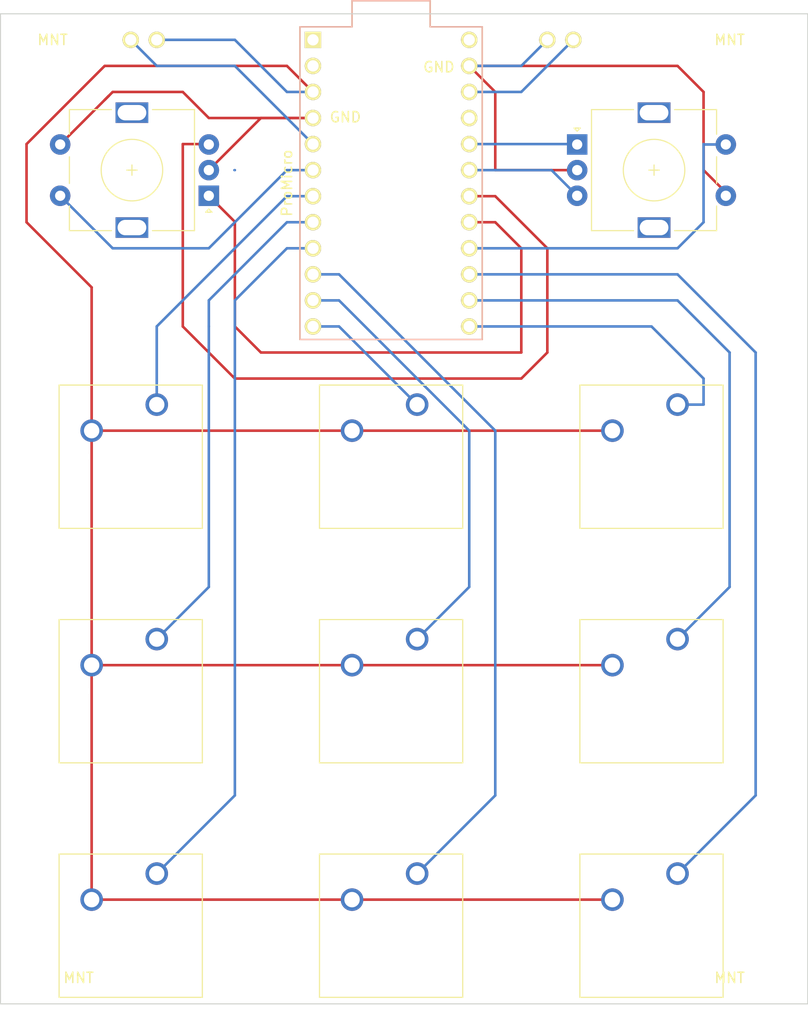
<source format=kicad_pcb>
(kicad_pcb (version 20221018) (generator pcbnew)
  (layers (0 "F.Cu" signal) (31 "B.Cu" signal) (34 "B.Paste" user) (35 "F.Paste" user) (36 "B.SilkS" user "B.Silkscreen") (37 "F.SilkS" user "F.Silkscreen") (38 "B.Mask" user) (39 "F.Mask" user) (44 "Edge.Cuts" user))
  (net 0 "")
  (footprint "Button_Switch_Keyboard:SW_Cherry_MX_1.00u_PCB" (layer "F.Cu") (at 86.36 55.88)
    (fp_text reference "REF**")
    (fp_text value "SW_Cherry_MX_1.00u_PCB")
    (fp_line (start -9.525 -1.905) (end 4.445 -1.905) (stroke (width 0.12)) (layer "F.SilkS"))
    (fp_line (start -9.525 12.065) (end -9.525 -1.905) (stroke (width 0.12)) (layer "F.SilkS"))
    (fp_line (start 4.445 -1.905) (end 4.445 12.065) (stroke (width 0.12)) (layer "F.SilkS"))
    (fp_line (start 4.445 12.065) (end -9.525 12.065) (stroke (width 0.12)) (layer "F.SilkS"))
    (pad "" np_thru_hole circle (at -7.62 5.08) (size 1.7 1.7) (drill 1.7) (layers "F&B.Cu" "*.Mask"))
    (pad "" np_thru_hole circle (at -2.54 5.08) (size 4 4) (drill 4) (layers "F&B.Cu" "*.Mask"))
    (pad "" np_thru_hole circle (at 2.54 5.08) (size 1.7 1.7) (drill 1.7) (layers "F&B.Cu" "*.Mask"))
    (pad "1" thru_hole circle (at 0 0) (size 2.2 2.2) (drill 1.5) (layers "*.Cu" "*.Mask"))
    (pad "2" thru_hole circle (at -6.35 2.54) (size 2.2 2.2) (drill 1.5) (layers "*.Cu" "*.Mask"))
  )
  (footprint "" (layer "F.Cu") (at 76.2 20.32)
    (fp_text reference "" (at 0 0) (layer "F.SilkS") (effects (font (size 1.27 1.27))))
    (fp_text value "" (at 0 0) (layer "F.SilkS") (effects (font (size 1.27 1.27))))
    (pad "24" thru_hole circle (at 0 0 270) (size 1.6 1.6) (drill 1.1) (layers "*.Cu" "*.Mask" "F.SilkS"))
  )
  (footprint "MountingHole:MountingHole_2.1mm" (layer "F.Cu") (at 96.52 22.86)
    (fp_text reference "REF**")
    (fp_text value "MNT" (at -5.08 -2.54) (layer "F.SilkS"))
    (pad "" np_thru_hole circle (at 0 0) (size 2.1 2.1) (drill 2.1) (layers "F&B.Cu" "*.Mask"))
  )
  (footprint "Button_Switch_Keyboard:SW_Cherry_MX_1.00u_PCB" (layer "F.Cu") (at 60.96 101.6)
    (fp_text reference "REF**")
    (fp_text value "SW_Cherry_MX_1.00u_PCB")
    (fp_line (start -9.525 -1.905) (end 4.445 -1.905) (stroke (width 0.12)) (layer "F.SilkS"))
    (fp_line (start -9.525 12.065) (end -9.525 -1.905) (stroke (width 0.12)) (layer "F.SilkS"))
    (fp_line (start 4.445 -1.905) (end 4.445 12.065) (stroke (width 0.12)) (layer "F.SilkS"))
    (fp_line (start 4.445 12.065) (end -9.525 12.065) (stroke (width 0.12)) (layer "F.SilkS"))
    (pad "" np_thru_hole circle (at -7.62 5.08) (size 1.7 1.7) (drill 1.7) (layers "F&B.Cu" "*.Mask"))
    (pad "" np_thru_hole circle (at -2.54 5.08) (size 4 4) (drill 4) (layers "F&B.Cu" "*.Mask"))
    (pad "" np_thru_hole circle (at 2.54 5.08) (size 1.7 1.7) (drill 1.7) (layers "F&B.Cu" "*.Mask"))
    (pad "1" thru_hole circle (at 0 0) (size 2.2 2.2) (drill 1.5) (layers "*.Cu" "*.Mask"))
    (pad "2" thru_hole circle (at -6.35 2.54) (size 2.2 2.2) (drill 1.5) (layers "*.Cu" "*.Mask"))
  )
  (footprint "Button_Switch_Keyboard:SW_Cherry_MX_1.00u_PCB" (layer "F.Cu") (at 60.96 78.74)
    (fp_text reference "REF**")
    (fp_text value "SW_Cherry_MX_1.00u_PCB")
    (fp_line (start -9.525 -1.905) (end 4.445 -1.905) (stroke (width 0.12)) (layer "F.SilkS"))
    (fp_line (start -9.525 12.065) (end -9.525 -1.905) (stroke (width 0.12)) (layer "F.SilkS"))
    (fp_line (start 4.445 -1.905) (end 4.445 12.065) (stroke (width 0.12)) (layer "F.SilkS"))
    (fp_line (start 4.445 12.065) (end -9.525 12.065) (stroke (width 0.12)) (layer "F.SilkS"))
    (pad "" np_thru_hole circle (at -7.62 5.08) (size 1.7 1.7) (drill 1.7) (layers "F&B.Cu" "*.Mask"))
    (pad "" np_thru_hole circle (at -2.54 5.08) (size 4 4) (drill 4) (layers "F&B.Cu" "*.Mask"))
    (pad "" np_thru_hole circle (at 2.54 5.08) (size 1.7 1.7) (drill 1.7) (layers "F&B.Cu" "*.Mask"))
    (pad "1" thru_hole circle (at 0 0) (size 2.2 2.2) (drill 1.5) (layers "*.Cu" "*.Mask"))
    (pad "2" thru_hole circle (at -6.35 2.54) (size 2.2 2.2) (drill 1.5) (layers "*.Cu" "*.Mask"))
  )
  (footprint "MountingHole:MountingHole_2.1mm" (layer "F.Cu") (at 96.52 111.76)
    (fp_text reference "REF**")
    (fp_text value "MNT" (at -5.08 0) (layer "F.SilkS"))
    (pad "" np_thru_hole circle (at 0 0) (size 2.1 2.1) (drill 2.1) (layers "F&B.Cu" "*.Mask"))
  )
  (footprint "" (layer "F.Cu") (at 33.02 20.32)
    (fp_text reference "" (at 0 0) (layer "F.SilkS") (effects (font (size 1.27 1.27))))
    (fp_text value "" (at 0 0) (layer "F.SilkS") (effects (font (size 1.27 1.27))))
    (pad "24" thru_hole circle (at 0 0 270) (size 1.6 1.6) (drill 1.1) (layers "*.Cu" "*.Mask" "F.SilkS"))
  )
  (footprint "Rotary_Encoder:RotaryEncoder_Alps_EC11E-Switch_Vertical_H20mm" (layer "F.Cu") (at 40.64 35.52 180)
    (fp_text reference "REF**")
    (fp_text value "Rotary Encoder")
    (fp_line (start -0.3 -1.6) (end 0.3 -1.6) (stroke (width 0.12)) (layer "F.SilkS"))
    (fp_line (start 0 -1.3) (end -0.3 -1.6) (stroke (width 0.12)) (layer "F.SilkS"))
    (fp_line (start 0.3 -1.6) (end 0 -1.3) (stroke (width 0.12)) (layer "F.SilkS"))
    (fp_line (start 1.4 -3.4) (end 1.4 8.4) (stroke (width 0.12)) (layer "F.SilkS"))
    (fp_line (start 5.5 -3.4) (end 1.4 -3.4) (stroke (width 0.12)) (layer "F.SilkS"))
    (fp_line (start 5.5 8.4) (end 1.4 8.4) (stroke (width 0.12)) (layer "F.SilkS"))
    (fp_line (start 7 2.5) (end 8 2.5) (stroke (width 0.12)) (layer "F.SilkS"))
    (fp_line (start 7.5 2) (end 7.5 3) (stroke (width 0.12)) (layer "F.SilkS"))
    (fp_line (start 9.5 -3.4) (end 13.6 -3.4) (stroke (width 0.12)) (layer "F.SilkS"))
    (fp_line (start 13.6 -3.4) (end 13.6 -1) (stroke (width 0.12)) (layer "F.SilkS"))
    (fp_line (start 13.6 1.2) (end 13.6 3.8) (stroke (width 0.12)) (layer "F.SilkS"))
    (fp_line (start 13.6 6) (end 13.6 8.4) (stroke (width 0.12)) (layer "F.SilkS"))
    (fp_line (start 13.6 8.4) (end 9.5 8.4) (stroke (width 0.12)) (layer "F.SilkS"))
    (fp_circle (center 7.5 2.5) (end 10.5 2.5) (stroke (width 0.12)) (fill none) (layer "F.SilkS"))
    (pad "A" thru_hole rect (at 0 0 180) (size 2 2) (drill 1) (layers "*.Cu" "*.Mask"))
    (pad "B" thru_hole circle (at 0 5 180) (size 2 2) (drill 1) (layers "*.Cu" "*.Mask"))
    (pad "C" thru_hole circle (at 0 2.5 180) (size 2 2) (drill 1) (layers "*.Cu" "*.Mask"))
    (pad "MP" thru_hole rect (at 7.5 -3.1 180) (size 3.2 2) (drill oval 2.8 1.5) (layers "*.Cu" "*.Mask"))
    (pad "MP" thru_hole rect (at 7.5 8.1 180) (size 3.2 2) (drill oval 2.8 1.5) (layers "*.Cu" "*.Mask"))
    (pad "S1" thru_hole circle (at 14.5 5 180) (size 2 2) (drill 1) (layers "*.Cu" "*.Mask"))
    (pad "S2" thru_hole circle (at 14.5 0 180) (size 2 2) (drill 1) (layers "*.Cu" "*.Mask"))
  )
  (footprint "Button_Switch_Keyboard:SW_Cherry_MX_1.00u_PCB" (layer "F.Cu") (at 35.56 101.6)
    (fp_text reference "REF**")
    (fp_text value "SW_Cherry_MX_1.00u_PCB")
    (fp_line (start -9.525 -1.905) (end 4.445 -1.905) (stroke (width 0.12)) (layer "F.SilkS"))
    (fp_line (start -9.525 12.065) (end -9.525 -1.905) (stroke (width 0.12)) (layer "F.SilkS"))
    (fp_line (start 4.445 -1.905) (end 4.445 12.065) (stroke (width 0.12)) (layer "F.SilkS"))
    (fp_line (start 4.445 12.065) (end -9.525 12.065) (stroke (width 0.12)) (layer "F.SilkS"))
    (pad "" np_thru_hole circle (at -7.62 5.08) (size 1.7 1.7) (drill 1.7) (layers "F&B.Cu" "*.Mask"))
    (pad "" np_thru_hole circle (at -2.54 5.08) (size 4 4) (drill 4) (layers "F&B.Cu" "*.Mask"))
    (pad "" np_thru_hole circle (at 2.54 5.08) (size 1.7 1.7) (drill 1.7) (layers "F&B.Cu" "*.Mask"))
    (pad "1" thru_hole circle (at 0 0) (size 2.2 2.2) (drill 1.5) (layers "*.Cu" "*.Mask"))
    (pad "2" thru_hole circle (at -6.35 2.54) (size 2.2 2.2) (drill 1.5) (layers "*.Cu" "*.Mask"))
  )
  (footprint "Button_Switch_Keyboard:SW_Cherry_MX_1.00u_PCB" (layer "F.Cu") (at 35.56 78.74)
    (fp_text reference "REF**")
    (fp_text value "SW_Cherry_MX_1.00u_PCB")
    (fp_line (start -9.525 -1.905) (end 4.445 -1.905) (stroke (width 0.12)) (layer "F.SilkS"))
    (fp_line (start -9.525 12.065) (end -9.525 -1.905) (stroke (width 0.12)) (layer "F.SilkS"))
    (fp_line (start 4.445 -1.905) (end 4.445 12.065) (stroke (width 0.12)) (layer "F.SilkS"))
    (fp_line (start 4.445 12.065) (end -9.525 12.065) (stroke (width 0.12)) (layer "F.SilkS"))
    (pad "" np_thru_hole circle (at -7.62 5.08) (size 1.7 1.7) (drill 1.7) (layers "F&B.Cu" "*.Mask"))
    (pad "" np_thru_hole circle (at -2.54 5.08) (size 4 4) (drill 4) (layers "F&B.Cu" "*.Mask"))
    (pad "" np_thru_hole circle (at 2.54 5.08) (size 1.7 1.7) (drill 1.7) (layers "F&B.Cu" "*.Mask"))
    (pad "1" thru_hole circle (at 0 0) (size 2.2 2.2) (drill 1.5) (layers "*.Cu" "*.Mask"))
    (pad "2" thru_hole circle (at -6.35 2.54) (size 2.2 2.2) (drill 1.5) (layers "*.Cu" "*.Mask"))
  )
  (footprint "MountingHole:MountingHole_2.1mm" (layer "F.Cu") (at 22.86 111.76)
    (fp_text reference "REF**")
    (fp_text value "MNT" (at 5.08 0) (layer "F.SilkS"))
    (pad "" np_thru_hole circle (at 0 0) (size 2.1 2.1) (drill 2.1) (layers "F&B.Cu" "*.Mask"))
  )
  (footprint "ProMicro:ProMicro" (layer "F.Cu") (at 58.42 34.29 -90)
    (fp_text reference "REF**" hide)
    (fp_text value "ProMicro" (at 0 10.16 90) (layer "F.SilkS"))
    (fp_line (start -17.78 -3.81) (end -15.24 -3.81) (stroke (width 0.15)) (layer "B.SilkS"))
    (fp_line (start -17.78 3.81) (end -17.78 -3.81) (stroke (width 0.15)) (layer "B.SilkS"))
    (fp_line (start -15.24 -8.89) (end 15.24 -8.89) (stroke (width 0.15)) (layer "B.SilkS"))
    (fp_line (start -15.24 -3.81) (end -15.24 -8.89) (stroke (width 0.15)) (layer "B.SilkS"))
    (fp_line (start -15.24 3.81) (end -17.78 3.81) (stroke (width 0.15)) (layer "B.SilkS"))
    (fp_line (start -15.24 8.89) (end -15.24 3.81) (stroke (width 0.15)) (layer "B.SilkS"))
    (fp_line (start 15.24 -8.89) (end 15.24 8.89) (stroke (width 0.15)) (layer "B.SilkS"))
    (fp_line (start 15.24 8.89) (end -15.24 8.89) (stroke (width 0.15)) (layer "B.SilkS"))
    (fp_line (start -17.78 -3.81) (end -15.24 -3.81) (stroke (width 0.15)) (layer "F.SilkS"))
    (fp_line (start -17.78 3.81) (end -17.78 -3.81) (stroke (width 0.15)) (layer "F.SilkS"))
    (fp_line (start -15.24 -8.89) (end 15.24 -8.89) (stroke (width 0.15)) (layer "F.SilkS"))
    (fp_line (start -15.24 -3.81) (end -15.24 -8.89) (stroke (width 0.15)) (layer "F.SilkS"))
    (fp_line (start -15.24 3.81) (end -17.78 3.81) (stroke (width 0.15)) (layer "F.SilkS"))
    (fp_line (start -15.24 8.89) (end -15.24 3.81) (stroke (width 0.15)) (layer "F.SilkS"))
    (fp_line (start -15.24 8.89) (end 15.24 8.89) (stroke (width 0.15)) (layer "F.SilkS"))
    (fp_line (start 15.24 -8.89) (end 15.24 8.89) (stroke (width 0.15)) (layer "F.SilkS"))
    (pad "1" thru_hole rect (at -13.97 7.62 270) (size 1.6 1.6) (drill 1.1) (layers "*.Cu" "*.Mask" "F.SilkS"))
    (pad "2" thru_hole circle (at -11.43 7.62 270) (size 1.6 1.6) (drill 1.1) (layers "*.Cu" "*.Mask" "F.SilkS"))
    (pad "3" thru_hole circle (at -8.89 7.62 270) (size 1.6 1.6) (drill 1.1) (layers "*.Cu" "*.Mask" "F.SilkS"))
    (pad "4" thru_hole circle (at -6.35 7.62 270) (size 1.6 1.6) (drill 1.1) (layers "*.Cu" "*.Mask" "F.SilkS"))
    (pad "5" thru_hole circle (at -3.81 7.62 270) (size 1.6 1.6) (drill 1.1) (layers "*.Cu" "*.Mask" "F.SilkS"))
    (pad "6" thru_hole circle (at -1.27 7.62 270) (size 1.6 1.6) (drill 1.1) (layers "*.Cu" "*.Mask" "F.SilkS"))
    (pad "7" thru_hole circle (at 1.27 7.62 270) (size 1.6 1.6) (drill 1.1) (layers "*.Cu" "*.Mask" "F.SilkS"))
    (pad "8" thru_hole circle (at 3.81 7.62 270) (size 1.6 1.6) (drill 1.1) (layers "*.Cu" "*.Mask" "F.SilkS"))
    (pad "9" thru_hole circle (at 6.35 7.62 270) (size 1.6 1.6) (drill 1.1) (layers "*.Cu" "*.Mask" "F.SilkS"))
    (pad "10" thru_hole circle (at 8.89 7.62 270) (size 1.6 1.6) (drill 1.1) (layers "*.Cu" "*.Mask" "F.SilkS"))
    (pad "11" thru_hole circle (at 11.43 7.62 270) (size 1.6 1.6) (drill 1.1) (layers "*.Cu" "*.Mask" "F.SilkS"))
    (pad "12" thru_hole circle (at 13.97 7.62 270) (size 1.6 1.6) (drill 1.1) (layers "*.Cu" "*.Mask" "F.SilkS"))
    (pad "13" thru_hole circle (at 13.97 -7.62 270) (size 1.6 1.6) (drill 1.1) (layers "*.Cu" "*.Mask" "F.SilkS"))
    (pad "14" thru_hole circle (at 11.43 -7.62 270) (size 1.6 1.6) (drill 1.1) (layers "*.Cu" "*.Mask" "F.SilkS"))
    (pad "15" thru_hole circle (at 8.89 -7.62 270) (size 1.6 1.6) (drill 1.1) (layers "*.Cu" "*.Mask" "F.SilkS"))
    (pad "16" thru_hole circle (at 6.35 -7.62 270) (size 1.6 1.6) (drill 1.1) (layers "*.Cu" "*.Mask" "F.SilkS"))
    (pad "17" thru_hole circle (at 3.81 -7.62 270) (size 1.6 1.6) (drill 1.1) (layers "*.Cu" "*.Mask" "F.SilkS"))
    (pad "18" thru_hole circle (at 1.27 -7.62 270) (size 1.6 1.6) (drill 1.1) (layers "*.Cu" "*.Mask" "F.SilkS"))
    (pad "19" thru_hole circle (at -1.27 -7.62 270) (size 1.6 1.6) (drill 1.1) (layers "*.Cu" "*.Mask" "F.SilkS"))
    (pad "20" thru_hole circle (at -3.81 -7.62 270) (size 1.6 1.6) (drill 1.1) (layers "*.Cu" "*.Mask" "F.SilkS"))
    (pad "21" thru_hole circle (at -6.35 -7.62 270) (size 1.6 1.6) (drill 1.1) (layers "*.Cu" "*.Mask" "F.SilkS"))
    (pad "22" thru_hole circle (at -8.89 -7.62 270) (size 1.6 1.6) (drill 1.1) (layers "*.Cu" "*.Mask" "F.SilkS"))
    (pad "23" thru_hole circle (at -11.43 -7.62 270) (size 1.6 1.6) (drill 1.1) (layers "*.Cu" "*.Mask" "F.SilkS"))
    (pad "24" thru_hole circle (at -13.97 -7.62 270) (size 1.6 1.6) (drill 1.1) (layers "*.Cu" "*.Mask" "F.SilkS"))
  )
  (footprint "Button_Switch_Keyboard:SW_Cherry_MX_1.00u_PCB" (layer "F.Cu") (at 60.96 55.88)
    (fp_text reference "REF**")
    (fp_text value "SW_Cherry_MX_1.00u_PCB")
    (fp_line (start -9.525 -1.905) (end 4.445 -1.905) (stroke (width 0.12)) (layer "F.SilkS"))
    (fp_line (start -9.525 12.065) (end -9.525 -1.905) (stroke (width 0.12)) (layer "F.SilkS"))
    (fp_line (start 4.445 -1.905) (end 4.445 12.065) (stroke (width 0.12)) (layer "F.SilkS"))
    (fp_line (start 4.445 12.065) (end -9.525 12.065) (stroke (width 0.12)) (layer "F.SilkS"))
    (pad "" np_thru_hole circle (at -7.62 5.08) (size 1.7 1.7) (drill 1.7) (layers "F&B.Cu" "*.Mask"))
    (pad "" np_thru_hole circle (at -2.54 5.08) (size 4 4) (drill 4) (layers "F&B.Cu" "*.Mask"))
    (pad "" np_thru_hole circle (at 2.54 5.08) (size 1.7 1.7) (drill 1.7) (layers "F&B.Cu" "*.Mask"))
    (pad "1" thru_hole circle (at 0 0) (size 2.2 2.2) (drill 1.5) (layers "*.Cu" "*.Mask"))
    (pad "2" thru_hole circle (at -6.35 2.54) (size 2.2 2.2) (drill 1.5) (layers "*.Cu" "*.Mask"))
  )
  (footprint "Button_Switch_Keyboard:SW_Cherry_MX_1.00u_PCB" (layer "F.Cu") (at 86.36 78.74)
    (fp_text reference "REF**")
    (fp_text value "SW_Cherry_MX_1.00u_PCB")
    (fp_line (start -9.525 -1.905) (end 4.445 -1.905) (stroke (width 0.12)) (layer "F.SilkS"))
    (fp_line (start -9.525 12.065) (end -9.525 -1.905) (stroke (width 0.12)) (layer "F.SilkS"))
    (fp_line (start 4.445 -1.905) (end 4.445 12.065) (stroke (width 0.12)) (layer "F.SilkS"))
    (fp_line (start 4.445 12.065) (end -9.525 12.065) (stroke (width 0.12)) (layer "F.SilkS"))
    (pad "" np_thru_hole circle (at -7.62 5.08) (size 1.7 1.7) (drill 1.7) (layers "F&B.Cu" "*.Mask"))
    (pad "" np_thru_hole circle (at -2.54 5.08) (size 4 4) (drill 4) (layers "F&B.Cu" "*.Mask"))
    (pad "" np_thru_hole circle (at 2.54 5.08) (size 1.7 1.7) (drill 1.7) (layers "F&B.Cu" "*.Mask"))
    (pad "1" thru_hole circle (at 0 0) (size 2.2 2.2) (drill 1.5) (layers "*.Cu" "*.Mask"))
    (pad "2" thru_hole circle (at -6.35 2.54) (size 2.2 2.2) (drill 1.5) (layers "*.Cu" "*.Mask"))
  )
  (footprint "MountingHole:MountingHole_2.1mm" (layer "F.Cu") (at 22.86 22.86)
    (fp_text reference "REF**")
    (fp_text value "MNT" (at 2.54 -2.54) (layer "F.SilkS"))
    (pad "" np_thru_hole circle (at 0 0) (size 2.1 2.1) (drill 2.1) (layers "*.Cu" "*.Mask"))
  )
  (footprint "" (layer "F.Cu") (at 35.56 20.32)
    (fp_text reference "" (at 0 0) (layer "F.SilkS") (effects (font (size 1.27 1.27))))
    (fp_text value "" (at 0 0) (layer "F.SilkS") (effects (font (size 1.27 1.27))))
    (pad "24" thru_hole circle (at 0 0 270) (size 1.6 1.6) (drill 1.1) (layers "*.Cu" "*.Mask" "F.SilkS"))
  )
  (footprint "Rotary_Encoder:RotaryEncoder_Alps_EC11E-Switch_Vertical_H20mm" (layer "F.Cu") (at 76.57 30.52)
    (fp_text reference "REF**")
    (fp_text value "Rotary Encoder")
    (fp_line (start -0.3 -1.6) (end 0.3 -1.6) (stroke (width 0.12)) (layer "F.SilkS"))
    (fp_line (start 0 -1.3) (end -0.3 -1.6) (stroke (width 0.12)) (layer "F.SilkS"))
    (fp_line (start 0.3 -1.6) (end 0 -1.3) (stroke (width 0.12)) (layer "F.SilkS"))
    (fp_line (start 1.4 -3.4) (end 1.4 8.4) (stroke (width 0.12)) (layer "F.SilkS"))
    (fp_line (start 5.5 -3.4) (end 1.4 -3.4) (stroke (width 0.12)) (layer "F.SilkS"))
    (fp_line (start 5.5 8.4) (end 1.4 8.4) (stroke (width 0.12)) (layer "F.SilkS"))
    (fp_line (start 7 2.5) (end 8 2.5) (stroke (width 0.12)) (layer "F.SilkS"))
    (fp_line (start 7.5 2) (end 7.5 3) (stroke (width 0.12)) (layer "F.SilkS"))
    (fp_line (start 9.5 -3.4) (end 13.6 -3.4) (stroke (width 0.12)) (layer "F.SilkS"))
    (fp_line (start 13.6 -3.4) (end 13.6 -1) (stroke (width 0.12)) (layer "F.SilkS"))
    (fp_line (start 13.6 1.2) (end 13.6 3.8) (stroke (width 0.12)) (layer "F.SilkS"))
    (fp_line (start 13.6 6) (end 13.6 8.4) (stroke (width 0.12)) (layer "F.SilkS"))
    (fp_line (start 13.6 8.4) (end 9.5 8.4) (stroke (width 0.12)) (layer "F.SilkS"))
    (fp_circle (center 7.5 2.5) (end 10.5 2.5) (stroke (width 0.12)) (fill none) (layer "F.SilkS"))
    (pad "A" thru_hole rect (at 0 0) (size 2 2) (drill 1) (layers "*.Cu" "*.Mask"))
    (pad "B" thru_hole circle (at 0 5) (size 2 2) (drill 1) (layers "*.Cu" "*.Mask"))
    (pad "C" thru_hole circle (at 0 2.5) (size 2 2) (drill 1) (layers "*.Cu" "*.Mask"))
    (pad "MP" thru_hole rect (at 7.5 -3.1) (size 3.2 2) (drill oval 2.8 1.5) (layers "*.Cu" "*.Mask"))
    (pad "MP" thru_hole rect (at 7.5 8.1) (size 3.2 2) (drill oval 2.8 1.5) (layers "*.Cu" "*.Mask"))
    (pad "S1" thru_hole circle (at 14.5 5) (size 2 2) (drill 1) (layers "*.Cu" "*.Mask"))
    (pad "S2" thru_hole circle (at 14.5 0) (size 2 2) (drill 1) (layers "*.Cu" "*.Mask"))
  )
  (footprint "Button_Switch_Keyboard:SW_Cherry_MX_1.00u_PCB" (layer "F.Cu") (at 35.56 55.88)
    (fp_text reference "REF**")
    (fp_text value "SW_Cherry_MX_1.00u_PCB")
    (fp_line (start -9.525 -1.905) (end 4.445 -1.905) (stroke (width 0.12)) (layer "F.SilkS"))
    (fp_line (start -9.525 12.065) (end -9.525 -1.905) (stroke (width 0.12)) (layer "F.SilkS"))
    (fp_line (start 4.445 -1.905) (end 4.445 12.065) (stroke (width 0.12)) (layer "F.SilkS"))
    (fp_line (start 4.445 12.065) (end -9.525 12.065) (stroke (width 0.12)) (layer "F.SilkS"))
    (pad "" np_thru_hole circle (at -7.62 5.08) (size 1.7 1.7) (drill 1.7) (layers "F&B.Cu" "*.Mask"))
    (pad "" np_thru_hole circle (at -2.54 5.08) (size 4 4) (drill 4) (layers "F&B.Cu" "*.Mask"))
    (pad "" np_thru_hole circle (at 2.54 5.08) (size 1.7 1.7) (drill 1.7) (layers "F&B.Cu" "*.Mask"))
    (pad "1" thru_hole circle (at 0 0) (size 2.2 2.2) (drill 1.5) (layers "*.Cu" "*.Mask"))
    (pad "2" thru_hole circle (at -6.35 2.54) (size 2.2 2.2) (drill 1.5) (layers "*.Cu" "*.Mask"))
  )
  (footprint "Button_Switch_Keyboard:SW_Cherry_MX_1.00u_PCB" (layer "F.Cu") (at 86.36 101.6)
    (fp_text reference "REF**")
    (fp_text value "SW_Cherry_MX_1.00u_PCB")
    (fp_line (start -9.525 -1.905) (end 4.445 -1.905) (stroke (width 0.12)) (layer "F.SilkS"))
    (fp_line (start -9.525 12.065) (end -9.525 -1.905) (stroke (width 0.12)) (layer "F.SilkS"))
    (fp_line (start 4.445 -1.905) (end 4.445 12.065) (stroke (width 0.12)) (layer "F.SilkS"))
    (fp_line (start 4.445 12.065) (end -9.525 12.065) (stroke (width 0.12)) (layer "F.SilkS"))
    (pad "" np_thru_hole circle (at -7.62 5.08) (size 1.7 1.7) (drill 1.7) (layers "F&B.Cu" "*.Mask"))
    (pad "" np_thru_hole circle (at -2.54 5.08) (size 4 4) (drill 4) (layers "F&B.Cu" "*.Mask"))
    (pad "" np_thru_hole circle (at 2.54 5.08) (size 1.7 1.7) (drill 1.7) (layers "F&B.Cu" "*.Mask"))
    (pad "1" thru_hole circle (at 0 0) (size 2.2 2.2) (drill 1.5) (layers "*.Cu" "*.Mask"))
    (pad "2" thru_hole circle (at -6.35 2.54) (size 2.2 2.2) (drill 1.5) (layers "*.Cu" "*.Mask"))
  )
  (footprint "" (layer "F.Cu") (at 73.66 20.32)
    (fp_text reference "" (at 0 0) (layer "F.SilkS") (effects (font (size 1.27 1.27))))
    (fp_text value "" (at 0 0) (layer "F.SilkS") (effects (font (size 1.27 1.27))))
    (pad "24" thru_hole circle (at 0 0 270) (size 1.6 1.6) (drill 1.1) (layers "*.Cu" "*.Mask" "F.SilkS"))
  )
  (gr_line (start 99.06 17.78) (end 99.06 114.3) (stroke (width 0.1)) (layer "Edge.Cuts"))
  (gr_line (start 20.32 114.3) (end 20.32 17.78) (stroke (width 0.1)) (layer "Edge.Cuts"))
  (gr_line (start 20.32 17.78) (end 99.06 17.78) (stroke (width 0.1)) (layer "Edge.Cuts"))
  (gr_line (start 99.06 114.3) (end 20.32 114.3) (stroke (width 0.1)) (layer "Edge.Cuts"))
  (gr_text "GND" (at 61.46 23.56) (layer "F.SilkS") (effects (font (size 1 1)) (justify left bottom)))
  (gr_text "GND" (at 52.34 28.44) (layer "F.SilkS") (effects (font (size 1 1)) (justify left bottom)))
  (segment (start 68.58 35.56) (end 66.04 35.56) (width 0.25) (layer "F.Cu") (net 0))
  (segment (start 68.58 38.1) (end 71.12 40.64) (width 0.25) (layer "F.Cu") (net 0))
  (segment (start 76.57 33.02) (end 68.58 33.02) (width 0.25) (layer "F.Cu") (net 0))
  (segment (start 45.72 50.8) (end 43.18 48.26) (width 0.25) (layer "F.Cu") (net 0))
  (segment (start 38.1 25.4) (end 31.26 25.4) (width 0.25) (layer "F.Cu") (net 0))
  (segment (start 73.66 50.8) (end 73.66 40.64) (width 0.25) (layer "F.Cu") (net 0))
  (segment (start 48.26 22.86) (end 50.8 25.4) (width 0.25) (layer "F.Cu") (net 0))
  (segment (start 29.21 81.28) (end 54.61 81.28) (width 0.25) (layer "F.Cu") (net 0))
  (segment (start 40.64 27.94) (end 38.1 25.4) (width 0.25) (layer "F.Cu") (net 0))
  (segment (start 43.18 38.06) (end 40.64 35.52) (width 0.25) (layer "F.Cu") (net 0))
  (segment (start 30.48 26.18) (end 30.87 25.79) (width 0.25) (layer "F.Cu") (net 0))
  (segment (start 40.64 30.48) (end 38.1 30.48) (width 0.25) (layer "F.Cu") (net 0))
  (segment (start 73.66 40.64) (end 68.58 35.56) (width 0.25) (layer "F.Cu") (net 0))
  (segment (start 38.1 48.26) (end 43.18 53.34) (width 0.25) (layer "F.Cu") (net 0))
  (segment (start 54.61 104.14) (end 80.01 104.14) (width 0.25) (layer "F.Cu") (net 0))
  (segment (start 45.72 27.94) (end 40.64 33.02) (width 0.25) (layer "F.Cu") (net 0))
  (segment (start 43.18 48.26) (end 43.18 38.06) (width 0.25) (layer "F.Cu") (net 0))
  (segment (start 71.12 53.34) (end 73.66 50.8) (width 0.25) (layer "F.Cu") (net 0))
  (segment (start 86.36 22.86) (end 66.04 22.86) (width 0.25) (layer "F.Cu") (net 0))
  (segment (start 30.87 25.79) (end 26.14 30.52) (width 0.25) (layer "F.Cu") (net 0))
  (segment (start 68.58 25.4) (end 66.04 22.86) (width 0.25) (layer "F.Cu") (net 0))
  (segment (start 88.9 33.02) (end 88.9 25.4) (width 0.25) (layer "F.Cu") (net 0))
  (segment (start 22.86 30.48) (end 30.48 22.86) (width 0.25) (layer "F.Cu") (net 0))
  (segment (start 38.1 30.48) (end 38.1 48.26) (width 0.25) (layer "F.Cu") (net 0))
  (segment (start 22.86 38.1) (end 22.86 30.48) (width 0.25) (layer "F.Cu") (net 0))
  (segment (start 91.07 35.19) (end 88.9 33.02) (width 0.25) (layer "F.Cu") (net 0))
  (segment (start 29.21 104.14) (end 29.21 81.28) (width 0.25) (layer "F.Cu") (net 0))
  (segment (start 43.18 53.34) (end 71.12 53.34) (width 0.25) (layer "F.Cu") (net 0))
  (segment (start 88.9 25.4) (end 86.36 22.86) (width 0.25) (layer "F.Cu") (net 0))
  (segment (start 54.61 81.28) (end 80.01 81.28) (width 0.25) (layer "F.Cu") (net 0))
  (segment (start 66.04 38.1) (end 68.58 38.1) (width 0.25) (layer "F.Cu") (net 0))
  (segment (start 29.21 81.28) (end 29.21 58.42) (width 0.25) (layer "F.Cu") (net 0))
  (segment (start 31.26 25.4) (end 30.87 25.79) (width 0.25) (layer "F.Cu") (net 0))
  (segment (start 54.61 58.42) (end 80.01 58.42) (width 0.25) (layer "F.Cu") (net 0))
  (segment (start 50.8 27.94) (end 40.64 27.94) (width 0.25) (layer "F.Cu") (net 0))
  (segment (start 30.48 22.86) (end 48.26 22.86) (width 0.25) (layer "F.Cu") (net 0))
  (segment (start 71.12 40.64) (end 71.12 50.8) (width 0.25) (layer "F.Cu") (net 0))
  (segment (start 29.21 58.42) (end 29.21 44.45) (width 0.25) (layer "F.Cu") (net 0))
  (segment (start 29.21 44.45) (end 22.86 38.1) (width 0.25) (layer "F.Cu") (net 0))
  (segment (start 71.12 50.8) (end 45.72 50.8) (width 0.25) (layer "F.Cu") (net 0))
  (segment (start 29.21 58.42) (end 54.61 58.42) (width 0.25) (layer "F.Cu") (net 0))
  (segment (start 29.21 104.14) (end 54.61 104.14) (width 0.25) (layer "F.Cu") (net 0))
  (segment (start 91.07 35.52) (end 91.07 35.19) (width 0.25) (layer "F.Cu") (net 0))
  (segment (start 68.58 33.02) (end 68.58 25.4) (width 0.25) (layer "F.Cu") (net 0))
  (segment (start 50.8 27.94) (end 45.72 27.94) (width 0.25) (layer "F.Cu") (net 0))
  (segment (start 48.26 40.64) (end 43.18 45.72) (width 0.25) (layer "B.Cu") (net 0))
  (segment (start 43.18 20.32) (end 48.26 25.4) (width 0.25) (layer "B.Cu") (net 0))
  (segment (start 40.64 73.66) (end 35.56 78.74) (width 0.25) (layer "B.Cu") (net 0))
  (segment (start 50.8 48.26) (end 53.34 48.26) (width 0.25) (layer "B.Cu") (net 0))
  (segment (start 68.58 93.98) (end 60.96 101.6) (width 0.25) (layer "B.Cu") (net 0))
  (segment (start 48.26 33.02) (end 40.64 40.64) (width 0.25) (layer "B.Cu") (net 0))
  (segment (start 93.98 93.98) (end 93.98 50.8) (width 0.25) (layer "B.Cu") (net 0))
  (segment (start 35.56 22.86) (end 43.18 22.86) (width 0.25) (layer "B.Cu") (net 0))
  (segment (start 48.26 25.4) (end 50.8 25.4) (width 0.25) (layer "B.Cu") (net 0))
  (segment (start 88.94 30.52) (end 91.07 30.52) (width 0.25) (layer "B.Cu") (net 0))
  (segment (start 48.26 38.1) (end 40.64 45.72) (width 0.25) (layer "B.Cu") (net 0))
  (segment (start 88.9 55.88) (end 88.9 53.34) (width 0.25) (layer "B.Cu") (net 0))
  (segment (start 86.36 55.88) (end 88.9 55.88) (width 0.25) (layer "B.Cu") (net 0))
  (segment (start 91.44 50.8) (end 86.36 45.72) (width 0.25) (layer "B.Cu") (net 0))
  (segment (start 66.04 73.66) (end 60.96 78.74) (width 0.25) (layer "B.Cu") (net 0))
  (segment (start 40.64 45.72) (end 40.64 48.26) (width 0.25) (layer "B.Cu") (net 0))
  (segment (start 50.8 38.1) (end 48.26 38.1) (width 0.25) (layer "B.Cu") (net 0))
  (segment (start 71.12 22.86) (end 65.71 22.86) (width 0.25) (layer "B.Cu") (net 0))
  (segment (start 76.57 35.52) (end 74.07 33.02) (width 0.25) (layer "B.Cu") (net 0))
  (segment (start 53.34 45.72) (end 66.04 58.42) (width 0.25) (layer "B.Cu") (net 0))
  (segment (start 76.2 30.48) (end 65.71 30.48) (width 0.25) (layer "B.Cu") (net 0))
  (segment (start 91.44 73.66) (end 91.44 50.8) (width 0.25) (layer "B.Cu") (net 0))
  (segment (start 31.26 40.64) (end 26.14 35.52) (width 0.25) (layer "B.Cu") (net 0))
  (segment (start 43.18 45.72) (end 43.18 93.98) (width 0.25) (layer "B.Cu") (net 0))
  (segment (start 53.34 43.18) (end 68.58 58.42) (width 0.25) (layer "B.Cu") (net 0))
  (segment (start 40.64 48.26) (end 40.64 73.66) (width 0.25) (layer "B.Cu") (net 0))
  (segment (start 74.07 33.02) (end 66.04 33.02) (width 0.25) (layer "B.Cu") (net 0))
  (segment (start 68.58 58.42) (end 68.58 93.98) (width 0.25) (layer "B.Cu") (net 0))
  (segment (start 86.36 43.18) (end 66.04 43.18) (width 0.25) (layer "B.Cu") (net 0))
  (segment (start 43.18 22.86) (end 50.8 30.48) (width 0.25) (layer "B.Cu") (net 0))
  (segment (start 35.56 20.32) (end 43.18 20.32) (width 0.25) (layer "B.Cu") (net 0))
  (segment (start 88.9 38.1) (end 88.9 30.48) (width 0.25) (layer "B.Cu") (net 0))
  (segment (start 66.04 58.42) (end 66.04 73.66) (width 0.25) (layer "B.Cu") (net 0))
  (segment (start 53.34 48.26) (end 60.96 55.88) (width 0.25) (layer "B.Cu") (net 0))
  (segment (start 43.18 93.98) (end 35.56 101.6) (width 0.25) (layer "B.Cu") (net 0))
  (segment (start 88.9 53.34) (end 83.82 48.26) (width 0.25) (layer "B.Cu") (net 0))
  (segment (start 71.12 22.86) (end 73.66 20.32) (width 0.25) (layer "B.Cu") (net 0))
  (segment (start 88.9 30.48) (end 88.94 30.52) (width 0.25) (layer "B.Cu") (net 0))
  (segment (start 35.56 55.88) (end 35.56 48.26) (width 0.25) (layer "B.Cu") (net 0))
  (segment (start 43.18 33.02) (end 43.14 33.02) (width 0.25) (layer "B.Cu") (net 0))
  (segment (start 50.8 40.64) (end 48.26 40.64) (width 0.25) (layer "B.Cu") (net 0))
  (segment (start 86.36 78.74) (end 91.44 73.66) (width 0.25) (layer "B.Cu") (net 0))
  (segment (start 48.26 35.56) (end 50.8 35.56) (width 0.25) (layer "B.Cu") (net 0))
  (segment (start 40.64 40.64) (end 31.26 40.64) (width 0.25) (layer "B.Cu") (net 0))
  (segment (start 33.02 20.32) (end 35.56 22.86) (width 0.25) (layer "B.Cu") (net 0))
  (segment (start 93.98 50.8) (end 86.36 43.18) (width 0.25) (layer "B.Cu") (net 0))
  (segment (start 83.82 48.26) (end 66.04 48.26) (width 0.25) (layer "B.Cu") (net 0))
  (segment (start 50.8 45.72) (end 53.34 45.72) (width 0.25) (layer "B.Cu") (net 0))
  (segment (start 71.12 25.4) (end 65.71 25.4) (width 0.25) (layer "B.Cu") (net 0))
  (segment (start 86.36 101.6) (end 93.98 93.98) (width 0.25) (layer "B.Cu") (net 0))
  (segment (start 50.8 33.02) (end 48.26 33.02) (width 0.25) (layer "B.Cu") (net 0))
  (segment (start 86.36 40.64) (end 88.9 38.1) (width 0.25) (layer "B.Cu") (net 0))
  (segment (start 86.36 45.72) (end 66.04 45.72) (width 0.25) (layer "B.Cu") (net 0))
  (segment (start 86.36 40.64) (end 66.04 40.64) (width 0.25) (layer "B.Cu") (net 0))
  (segment (start 50.8 43.18) (end 53.34 43.18) (width 0.25) (layer "B.Cu") (net 0))
  (segment (start 76.2 20.32) (end 71.12 25.4) (width 0.25) (layer "B.Cu") (net 0))
  (segment (start 35.56 48.26) (end 48.26 35.56) (width 0.25) (layer "B.Cu") (net 0))
)
</source>
